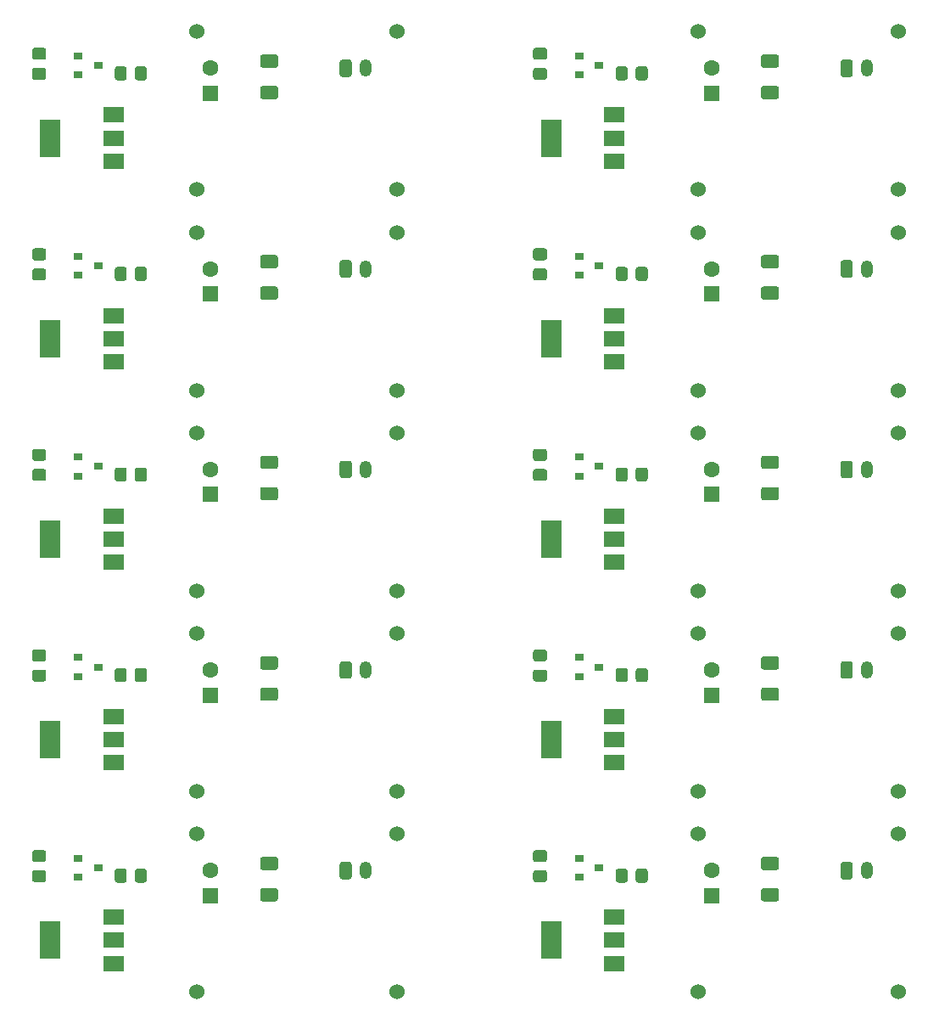
<source format=gbr>
%TF.GenerationSoftware,KiCad,Pcbnew,(5.1.9)-1*%
%TF.CreationDate,2021-04-18T22:39:31+02:00*%
%TF.ProjectId,DOORSENSOR_Simple_9V,444f4f52-5345-44e5-934f-525f53696d70,rev?*%
%TF.SameCoordinates,Original*%
%TF.FileFunction,Soldermask,Bot*%
%TF.FilePolarity,Negative*%
%FSLAX46Y46*%
G04 Gerber Fmt 4.6, Leading zero omitted, Abs format (unit mm)*
G04 Created by KiCad (PCBNEW (5.1.9)-1) date 2021-04-18 22:39:31*
%MOMM*%
%LPD*%
G01*
G04 APERTURE LIST*
%ADD10O,1.200000X1.750000*%
%ADD11R,0.900000X0.800000*%
%ADD12C,1.600000*%
%ADD13R,1.600000X1.600000*%
%ADD14C,1.524000*%
%ADD15R,2.000000X1.500000*%
%ADD16R,2.000000X3.800000*%
G04 APERTURE END LIST*
%TO.C,C2*%
G36*
G01*
X62000001Y-125075000D02*
X60699999Y-125075000D01*
G75*
G02*
X60450000Y-124825001I0J249999D01*
G01*
X60450000Y-123999999D01*
G75*
G02*
X60699999Y-123750000I249999J0D01*
G01*
X62000001Y-123750000D01*
G75*
G02*
X62250000Y-123999999I0J-249999D01*
G01*
X62250000Y-124825001D01*
G75*
G02*
X62000001Y-125075000I-249999J0D01*
G01*
G37*
G36*
G01*
X62000001Y-121950000D02*
X60699999Y-121950000D01*
G75*
G02*
X60450000Y-121700001I0J249999D01*
G01*
X60450000Y-120874999D01*
G75*
G02*
X60699999Y-120625000I249999J0D01*
G01*
X62000001Y-120625000D01*
G75*
G02*
X62250000Y-120874999I0J-249999D01*
G01*
X62250000Y-121700001D01*
G75*
G02*
X62000001Y-121950000I-249999J0D01*
G01*
G37*
%TD*%
D10*
%TO.C,J1*%
X121000000Y-122000000D03*
G36*
G01*
X118400000Y-122625001D02*
X118400000Y-121374999D01*
G75*
G02*
X118649999Y-121125000I249999J0D01*
G01*
X119350001Y-121125000D01*
G75*
G02*
X119600000Y-121374999I0J-249999D01*
G01*
X119600000Y-122625001D01*
G75*
G02*
X119350001Y-122875000I-249999J0D01*
G01*
X118649999Y-122875000D01*
G75*
G02*
X118400000Y-122625001I0J249999D01*
G01*
G37*
%TD*%
D11*
%TO.C,Q1*%
X42300000Y-122650000D03*
X42300000Y-120750000D03*
X44300000Y-121700000D03*
%TD*%
D12*
%TO.C,C1*%
X55500000Y-122000000D03*
D13*
X55500000Y-124500000D03*
%TD*%
D14*
%TO.C,SW2*%
X104150000Y-134100000D03*
X124150000Y-134100000D03*
%TD*%
%TO.C,R1*%
G36*
G01*
X88850001Y-121150000D02*
X87949999Y-121150000D01*
G75*
G02*
X87700000Y-120900001I0J249999D01*
G01*
X87700000Y-120199999D01*
G75*
G02*
X87949999Y-119950000I249999J0D01*
G01*
X88850001Y-119950000D01*
G75*
G02*
X89100000Y-120199999I0J-249999D01*
G01*
X89100000Y-120900001D01*
G75*
G02*
X88850001Y-121150000I-249999J0D01*
G01*
G37*
G36*
G01*
X88850001Y-123150000D02*
X87949999Y-123150000D01*
G75*
G02*
X87700000Y-122900001I0J249999D01*
G01*
X87700000Y-122199999D01*
G75*
G02*
X87949999Y-121950000I249999J0D01*
G01*
X88850001Y-121950000D01*
G75*
G02*
X89100000Y-122199999I0J-249999D01*
G01*
X89100000Y-122900001D01*
G75*
G02*
X88850001Y-123150000I-249999J0D01*
G01*
G37*
%TD*%
D11*
%TO.C,Q1*%
X94300000Y-121700000D03*
X92300000Y-120750000D03*
X92300000Y-122650000D03*
%TD*%
%TO.C,R2*%
G36*
G01*
X95950000Y-122950001D02*
X95950000Y-122049999D01*
G75*
G02*
X96199999Y-121800000I249999J0D01*
G01*
X96900001Y-121800000D01*
G75*
G02*
X97150000Y-122049999I0J-249999D01*
G01*
X97150000Y-122950001D01*
G75*
G02*
X96900001Y-123200000I-249999J0D01*
G01*
X96199999Y-123200000D01*
G75*
G02*
X95950000Y-122950001I0J249999D01*
G01*
G37*
G36*
G01*
X97950000Y-122950001D02*
X97950000Y-122049999D01*
G75*
G02*
X98199999Y-121800000I249999J0D01*
G01*
X98900001Y-121800000D01*
G75*
G02*
X99150000Y-122049999I0J-249999D01*
G01*
X99150000Y-122950001D01*
G75*
G02*
X98900001Y-123200000I-249999J0D01*
G01*
X98199999Y-123200000D01*
G75*
G02*
X97950000Y-122950001I0J249999D01*
G01*
G37*
%TD*%
%TO.C,J1*%
G36*
G01*
X68400000Y-122625001D02*
X68400000Y-121374999D01*
G75*
G02*
X68649999Y-121125000I249999J0D01*
G01*
X69350001Y-121125000D01*
G75*
G02*
X69600000Y-121374999I0J-249999D01*
G01*
X69600000Y-122625001D01*
G75*
G02*
X69350001Y-122875000I-249999J0D01*
G01*
X68649999Y-122875000D01*
G75*
G02*
X68400000Y-122625001I0J249999D01*
G01*
G37*
D10*
X71000000Y-122000000D03*
%TD*%
D15*
%TO.C,U1*%
X95800000Y-126650000D03*
X95800000Y-131250000D03*
X95800000Y-128950000D03*
D16*
X89500000Y-128950000D03*
%TD*%
%TO.C,R1*%
G36*
G01*
X38850001Y-123150000D02*
X37949999Y-123150000D01*
G75*
G02*
X37700000Y-122900001I0J249999D01*
G01*
X37700000Y-122199999D01*
G75*
G02*
X37949999Y-121950000I249999J0D01*
G01*
X38850001Y-121950000D01*
G75*
G02*
X39100000Y-122199999I0J-249999D01*
G01*
X39100000Y-122900001D01*
G75*
G02*
X38850001Y-123150000I-249999J0D01*
G01*
G37*
G36*
G01*
X38850001Y-121150000D02*
X37949999Y-121150000D01*
G75*
G02*
X37700000Y-120900001I0J249999D01*
G01*
X37700000Y-120199999D01*
G75*
G02*
X37949999Y-119950000I249999J0D01*
G01*
X38850001Y-119950000D01*
G75*
G02*
X39100000Y-120199999I0J-249999D01*
G01*
X39100000Y-120900001D01*
G75*
G02*
X38850001Y-121150000I-249999J0D01*
G01*
G37*
%TD*%
%TO.C,U1*%
X39500000Y-128950000D03*
D15*
X45800000Y-128950000D03*
X45800000Y-131250000D03*
X45800000Y-126650000D03*
%TD*%
D13*
%TO.C,C1*%
X105500000Y-124500000D03*
D12*
X105500000Y-122000000D03*
%TD*%
D14*
%TO.C,SW2*%
X74150000Y-134100000D03*
X54150000Y-134100000D03*
%TD*%
%TO.C,SW1*%
X104150000Y-118350000D03*
X124150000Y-118350000D03*
%TD*%
%TO.C,C2*%
G36*
G01*
X112000001Y-121950000D02*
X110699999Y-121950000D01*
G75*
G02*
X110450000Y-121700001I0J249999D01*
G01*
X110450000Y-120874999D01*
G75*
G02*
X110699999Y-120625000I249999J0D01*
G01*
X112000001Y-120625000D01*
G75*
G02*
X112250000Y-120874999I0J-249999D01*
G01*
X112250000Y-121700001D01*
G75*
G02*
X112000001Y-121950000I-249999J0D01*
G01*
G37*
G36*
G01*
X112000001Y-125075000D02*
X110699999Y-125075000D01*
G75*
G02*
X110450000Y-124825001I0J249999D01*
G01*
X110450000Y-123999999D01*
G75*
G02*
X110699999Y-123750000I249999J0D01*
G01*
X112000001Y-123750000D01*
G75*
G02*
X112250000Y-123999999I0J-249999D01*
G01*
X112250000Y-124825001D01*
G75*
G02*
X112000001Y-125075000I-249999J0D01*
G01*
G37*
%TD*%
%TO.C,SW1*%
X74150000Y-118350000D03*
X54150000Y-118350000D03*
%TD*%
%TO.C,R2*%
G36*
G01*
X47950000Y-122950001D02*
X47950000Y-122049999D01*
G75*
G02*
X48199999Y-121800000I249999J0D01*
G01*
X48900001Y-121800000D01*
G75*
G02*
X49150000Y-122049999I0J-249999D01*
G01*
X49150000Y-122950001D01*
G75*
G02*
X48900001Y-123200000I-249999J0D01*
G01*
X48199999Y-123200000D01*
G75*
G02*
X47950000Y-122950001I0J249999D01*
G01*
G37*
G36*
G01*
X45950000Y-122950001D02*
X45950000Y-122049999D01*
G75*
G02*
X46199999Y-121800000I249999J0D01*
G01*
X46900001Y-121800000D01*
G75*
G02*
X47150000Y-122049999I0J-249999D01*
G01*
X47150000Y-122950001D01*
G75*
G02*
X46900001Y-123200000I-249999J0D01*
G01*
X46199999Y-123200000D01*
G75*
G02*
X45950000Y-122950001I0J249999D01*
G01*
G37*
%TD*%
%TO.C,R1*%
G36*
G01*
X88850001Y-103150000D02*
X87949999Y-103150000D01*
G75*
G02*
X87700000Y-102900001I0J249999D01*
G01*
X87700000Y-102199999D01*
G75*
G02*
X87949999Y-101950000I249999J0D01*
G01*
X88850001Y-101950000D01*
G75*
G02*
X89100000Y-102199999I0J-249999D01*
G01*
X89100000Y-102900001D01*
G75*
G02*
X88850001Y-103150000I-249999J0D01*
G01*
G37*
G36*
G01*
X88850001Y-101150000D02*
X87949999Y-101150000D01*
G75*
G02*
X87700000Y-100900001I0J249999D01*
G01*
X87700000Y-100199999D01*
G75*
G02*
X87949999Y-99950000I249999J0D01*
G01*
X88850001Y-99950000D01*
G75*
G02*
X89100000Y-100199999I0J-249999D01*
G01*
X89100000Y-100900001D01*
G75*
G02*
X88850001Y-101150000I-249999J0D01*
G01*
G37*
%TD*%
D11*
%TO.C,Q1*%
X44300000Y-101700000D03*
X42300000Y-100750000D03*
X42300000Y-102650000D03*
%TD*%
D10*
%TO.C,J1*%
X71000000Y-102000000D03*
G36*
G01*
X68400000Y-102625001D02*
X68400000Y-101374999D01*
G75*
G02*
X68649999Y-101125000I249999J0D01*
G01*
X69350001Y-101125000D01*
G75*
G02*
X69600000Y-101374999I0J-249999D01*
G01*
X69600000Y-102625001D01*
G75*
G02*
X69350001Y-102875000I-249999J0D01*
G01*
X68649999Y-102875000D01*
G75*
G02*
X68400000Y-102625001I0J249999D01*
G01*
G37*
%TD*%
D13*
%TO.C,C1*%
X55500000Y-104500000D03*
D12*
X55500000Y-102000000D03*
%TD*%
D11*
%TO.C,Q1*%
X92300000Y-102650000D03*
X92300000Y-100750000D03*
X94300000Y-101700000D03*
%TD*%
D14*
%TO.C,SW2*%
X124150000Y-114100000D03*
X104150000Y-114100000D03*
%TD*%
%TO.C,R2*%
G36*
G01*
X97950000Y-102950001D02*
X97950000Y-102049999D01*
G75*
G02*
X98199999Y-101800000I249999J0D01*
G01*
X98900001Y-101800000D01*
G75*
G02*
X99150000Y-102049999I0J-249999D01*
G01*
X99150000Y-102950001D01*
G75*
G02*
X98900001Y-103200000I-249999J0D01*
G01*
X98199999Y-103200000D01*
G75*
G02*
X97950000Y-102950001I0J249999D01*
G01*
G37*
G36*
G01*
X95950000Y-102950001D02*
X95950000Y-102049999D01*
G75*
G02*
X96199999Y-101800000I249999J0D01*
G01*
X96900001Y-101800000D01*
G75*
G02*
X97150000Y-102049999I0J-249999D01*
G01*
X97150000Y-102950001D01*
G75*
G02*
X96900001Y-103200000I-249999J0D01*
G01*
X96199999Y-103200000D01*
G75*
G02*
X95950000Y-102950001I0J249999D01*
G01*
G37*
%TD*%
D16*
%TO.C,U1*%
X89500000Y-108950000D03*
D15*
X95800000Y-108950000D03*
X95800000Y-111250000D03*
X95800000Y-106650000D03*
%TD*%
%TO.C,R1*%
G36*
G01*
X38850001Y-101150000D02*
X37949999Y-101150000D01*
G75*
G02*
X37700000Y-100900001I0J249999D01*
G01*
X37700000Y-100199999D01*
G75*
G02*
X37949999Y-99950000I249999J0D01*
G01*
X38850001Y-99950000D01*
G75*
G02*
X39100000Y-100199999I0J-249999D01*
G01*
X39100000Y-100900001D01*
G75*
G02*
X38850001Y-101150000I-249999J0D01*
G01*
G37*
G36*
G01*
X38850001Y-103150000D02*
X37949999Y-103150000D01*
G75*
G02*
X37700000Y-102900001I0J249999D01*
G01*
X37700000Y-102199999D01*
G75*
G02*
X37949999Y-101950000I249999J0D01*
G01*
X38850001Y-101950000D01*
G75*
G02*
X39100000Y-102199999I0J-249999D01*
G01*
X39100000Y-102900001D01*
G75*
G02*
X38850001Y-103150000I-249999J0D01*
G01*
G37*
%TD*%
%TO.C,U1*%
X45800000Y-106650000D03*
X45800000Y-111250000D03*
X45800000Y-108950000D03*
D16*
X39500000Y-108950000D03*
%TD*%
%TO.C,C2*%
G36*
G01*
X62000001Y-101950000D02*
X60699999Y-101950000D01*
G75*
G02*
X60450000Y-101700001I0J249999D01*
G01*
X60450000Y-100874999D01*
G75*
G02*
X60699999Y-100625000I249999J0D01*
G01*
X62000001Y-100625000D01*
G75*
G02*
X62250000Y-100874999I0J-249999D01*
G01*
X62250000Y-101700001D01*
G75*
G02*
X62000001Y-101950000I-249999J0D01*
G01*
G37*
G36*
G01*
X62000001Y-105075000D02*
X60699999Y-105075000D01*
G75*
G02*
X60450000Y-104825001I0J249999D01*
G01*
X60450000Y-103999999D01*
G75*
G02*
X60699999Y-103750000I249999J0D01*
G01*
X62000001Y-103750000D01*
G75*
G02*
X62250000Y-103999999I0J-249999D01*
G01*
X62250000Y-104825001D01*
G75*
G02*
X62000001Y-105075000I-249999J0D01*
G01*
G37*
%TD*%
%TO.C,J1*%
G36*
G01*
X118400000Y-102625001D02*
X118400000Y-101374999D01*
G75*
G02*
X118649999Y-101125000I249999J0D01*
G01*
X119350001Y-101125000D01*
G75*
G02*
X119600000Y-101374999I0J-249999D01*
G01*
X119600000Y-102625001D01*
G75*
G02*
X119350001Y-102875000I-249999J0D01*
G01*
X118649999Y-102875000D01*
G75*
G02*
X118400000Y-102625001I0J249999D01*
G01*
G37*
D10*
X121000000Y-102000000D03*
%TD*%
D12*
%TO.C,C1*%
X105500000Y-102000000D03*
D13*
X105500000Y-104500000D03*
%TD*%
D14*
%TO.C,SW2*%
X54150000Y-114100000D03*
X74150000Y-114100000D03*
%TD*%
%TO.C,SW1*%
X54150000Y-98350000D03*
X74150000Y-98350000D03*
%TD*%
%TO.C,R2*%
G36*
G01*
X45950000Y-102950001D02*
X45950000Y-102049999D01*
G75*
G02*
X46199999Y-101800000I249999J0D01*
G01*
X46900001Y-101800000D01*
G75*
G02*
X47150000Y-102049999I0J-249999D01*
G01*
X47150000Y-102950001D01*
G75*
G02*
X46900001Y-103200000I-249999J0D01*
G01*
X46199999Y-103200000D01*
G75*
G02*
X45950000Y-102950001I0J249999D01*
G01*
G37*
G36*
G01*
X47950000Y-102950001D02*
X47950000Y-102049999D01*
G75*
G02*
X48199999Y-101800000I249999J0D01*
G01*
X48900001Y-101800000D01*
G75*
G02*
X49150000Y-102049999I0J-249999D01*
G01*
X49150000Y-102950001D01*
G75*
G02*
X48900001Y-103200000I-249999J0D01*
G01*
X48199999Y-103200000D01*
G75*
G02*
X47950000Y-102950001I0J249999D01*
G01*
G37*
%TD*%
%TO.C,SW1*%
X124150000Y-98350000D03*
X104150000Y-98350000D03*
%TD*%
%TO.C,C2*%
G36*
G01*
X112000001Y-105075000D02*
X110699999Y-105075000D01*
G75*
G02*
X110450000Y-104825001I0J249999D01*
G01*
X110450000Y-103999999D01*
G75*
G02*
X110699999Y-103750000I249999J0D01*
G01*
X112000001Y-103750000D01*
G75*
G02*
X112250000Y-103999999I0J-249999D01*
G01*
X112250000Y-104825001D01*
G75*
G02*
X112000001Y-105075000I-249999J0D01*
G01*
G37*
G36*
G01*
X112000001Y-101950000D02*
X110699999Y-101950000D01*
G75*
G02*
X110450000Y-101700001I0J249999D01*
G01*
X110450000Y-100874999D01*
G75*
G02*
X110699999Y-100625000I249999J0D01*
G01*
X112000001Y-100625000D01*
G75*
G02*
X112250000Y-100874999I0J-249999D01*
G01*
X112250000Y-101700001D01*
G75*
G02*
X112000001Y-101950000I-249999J0D01*
G01*
G37*
%TD*%
D11*
%TO.C,Q1*%
X94300000Y-81700000D03*
X92300000Y-80750000D03*
X92300000Y-82650000D03*
%TD*%
%TO.C,C2*%
G36*
G01*
X112000001Y-81950000D02*
X110699999Y-81950000D01*
G75*
G02*
X110450000Y-81700001I0J249999D01*
G01*
X110450000Y-80874999D01*
G75*
G02*
X110699999Y-80625000I249999J0D01*
G01*
X112000001Y-80625000D01*
G75*
G02*
X112250000Y-80874999I0J-249999D01*
G01*
X112250000Y-81700001D01*
G75*
G02*
X112000001Y-81950000I-249999J0D01*
G01*
G37*
G36*
G01*
X112000001Y-85075000D02*
X110699999Y-85075000D01*
G75*
G02*
X110450000Y-84825001I0J249999D01*
G01*
X110450000Y-83999999D01*
G75*
G02*
X110699999Y-83750000I249999J0D01*
G01*
X112000001Y-83750000D01*
G75*
G02*
X112250000Y-83999999I0J-249999D01*
G01*
X112250000Y-84825001D01*
G75*
G02*
X112000001Y-85075000I-249999J0D01*
G01*
G37*
%TD*%
D14*
%TO.C,SW2*%
X104150000Y-94100000D03*
X124150000Y-94100000D03*
%TD*%
D16*
%TO.C,U1*%
X39500000Y-88950000D03*
D15*
X45800000Y-88950000D03*
X45800000Y-91250000D03*
X45800000Y-86650000D03*
%TD*%
%TO.C,C2*%
G36*
G01*
X62000001Y-85075000D02*
X60699999Y-85075000D01*
G75*
G02*
X60450000Y-84825001I0J249999D01*
G01*
X60450000Y-83999999D01*
G75*
G02*
X60699999Y-83750000I249999J0D01*
G01*
X62000001Y-83750000D01*
G75*
G02*
X62250000Y-83999999I0J-249999D01*
G01*
X62250000Y-84825001D01*
G75*
G02*
X62000001Y-85075000I-249999J0D01*
G01*
G37*
G36*
G01*
X62000001Y-81950000D02*
X60699999Y-81950000D01*
G75*
G02*
X60450000Y-81700001I0J249999D01*
G01*
X60450000Y-80874999D01*
G75*
G02*
X60699999Y-80625000I249999J0D01*
G01*
X62000001Y-80625000D01*
G75*
G02*
X62250000Y-80874999I0J-249999D01*
G01*
X62250000Y-81700001D01*
G75*
G02*
X62000001Y-81950000I-249999J0D01*
G01*
G37*
%TD*%
D10*
%TO.C,J1*%
X121000000Y-82000000D03*
G36*
G01*
X118400000Y-82625001D02*
X118400000Y-81374999D01*
G75*
G02*
X118649999Y-81125000I249999J0D01*
G01*
X119350001Y-81125000D01*
G75*
G02*
X119600000Y-81374999I0J-249999D01*
G01*
X119600000Y-82625001D01*
G75*
G02*
X119350001Y-82875000I-249999J0D01*
G01*
X118649999Y-82875000D01*
G75*
G02*
X118400000Y-82625001I0J249999D01*
G01*
G37*
%TD*%
D15*
%TO.C,U1*%
X95800000Y-86650000D03*
X95800000Y-91250000D03*
X95800000Y-88950000D03*
D16*
X89500000Y-88950000D03*
%TD*%
D14*
%TO.C,SW1*%
X104150000Y-78350000D03*
X124150000Y-78350000D03*
%TD*%
%TO.C,R2*%
G36*
G01*
X47950000Y-82950001D02*
X47950000Y-82049999D01*
G75*
G02*
X48199999Y-81800000I249999J0D01*
G01*
X48900001Y-81800000D01*
G75*
G02*
X49150000Y-82049999I0J-249999D01*
G01*
X49150000Y-82950001D01*
G75*
G02*
X48900001Y-83200000I-249999J0D01*
G01*
X48199999Y-83200000D01*
G75*
G02*
X47950000Y-82950001I0J249999D01*
G01*
G37*
G36*
G01*
X45950000Y-82950001D02*
X45950000Y-82049999D01*
G75*
G02*
X46199999Y-81800000I249999J0D01*
G01*
X46900001Y-81800000D01*
G75*
G02*
X47150000Y-82049999I0J-249999D01*
G01*
X47150000Y-82950001D01*
G75*
G02*
X46900001Y-83200000I-249999J0D01*
G01*
X46199999Y-83200000D01*
G75*
G02*
X45950000Y-82950001I0J249999D01*
G01*
G37*
%TD*%
D13*
%TO.C,C1*%
X105500000Y-84500000D03*
D12*
X105500000Y-82000000D03*
%TD*%
D14*
%TO.C,SW1*%
X74150000Y-78350000D03*
X54150000Y-78350000D03*
%TD*%
%TO.C,R1*%
G36*
G01*
X38850001Y-83150000D02*
X37949999Y-83150000D01*
G75*
G02*
X37700000Y-82900001I0J249999D01*
G01*
X37700000Y-82199999D01*
G75*
G02*
X37949999Y-81950000I249999J0D01*
G01*
X38850001Y-81950000D01*
G75*
G02*
X39100000Y-82199999I0J-249999D01*
G01*
X39100000Y-82900001D01*
G75*
G02*
X38850001Y-83150000I-249999J0D01*
G01*
G37*
G36*
G01*
X38850001Y-81150000D02*
X37949999Y-81150000D01*
G75*
G02*
X37700000Y-80900001I0J249999D01*
G01*
X37700000Y-80199999D01*
G75*
G02*
X37949999Y-79950000I249999J0D01*
G01*
X38850001Y-79950000D01*
G75*
G02*
X39100000Y-80199999I0J-249999D01*
G01*
X39100000Y-80900001D01*
G75*
G02*
X38850001Y-81150000I-249999J0D01*
G01*
G37*
%TD*%
%TO.C,SW2*%
X74150000Y-94100000D03*
X54150000Y-94100000D03*
%TD*%
%TO.C,R2*%
G36*
G01*
X95950000Y-82950001D02*
X95950000Y-82049999D01*
G75*
G02*
X96199999Y-81800000I249999J0D01*
G01*
X96900001Y-81800000D01*
G75*
G02*
X97150000Y-82049999I0J-249999D01*
G01*
X97150000Y-82950001D01*
G75*
G02*
X96900001Y-83200000I-249999J0D01*
G01*
X96199999Y-83200000D01*
G75*
G02*
X95950000Y-82950001I0J249999D01*
G01*
G37*
G36*
G01*
X97950000Y-82950001D02*
X97950000Y-82049999D01*
G75*
G02*
X98199999Y-81800000I249999J0D01*
G01*
X98900001Y-81800000D01*
G75*
G02*
X99150000Y-82049999I0J-249999D01*
G01*
X99150000Y-82950001D01*
G75*
G02*
X98900001Y-83200000I-249999J0D01*
G01*
X98199999Y-83200000D01*
G75*
G02*
X97950000Y-82950001I0J249999D01*
G01*
G37*
%TD*%
%TO.C,R1*%
G36*
G01*
X88850001Y-81150000D02*
X87949999Y-81150000D01*
G75*
G02*
X87700000Y-80900001I0J249999D01*
G01*
X87700000Y-80199999D01*
G75*
G02*
X87949999Y-79950000I249999J0D01*
G01*
X88850001Y-79950000D01*
G75*
G02*
X89100000Y-80199999I0J-249999D01*
G01*
X89100000Y-80900001D01*
G75*
G02*
X88850001Y-81150000I-249999J0D01*
G01*
G37*
G36*
G01*
X88850001Y-83150000D02*
X87949999Y-83150000D01*
G75*
G02*
X87700000Y-82900001I0J249999D01*
G01*
X87700000Y-82199999D01*
G75*
G02*
X87949999Y-81950000I249999J0D01*
G01*
X88850001Y-81950000D01*
G75*
G02*
X89100000Y-82199999I0J-249999D01*
G01*
X89100000Y-82900001D01*
G75*
G02*
X88850001Y-83150000I-249999J0D01*
G01*
G37*
%TD*%
D11*
%TO.C,Q1*%
X42300000Y-82650000D03*
X42300000Y-80750000D03*
X44300000Y-81700000D03*
%TD*%
D12*
%TO.C,C1*%
X55500000Y-82000000D03*
D13*
X55500000Y-84500000D03*
%TD*%
%TO.C,J1*%
G36*
G01*
X68400000Y-82625001D02*
X68400000Y-81374999D01*
G75*
G02*
X68649999Y-81125000I249999J0D01*
G01*
X69350001Y-81125000D01*
G75*
G02*
X69600000Y-81374999I0J-249999D01*
G01*
X69600000Y-82625001D01*
G75*
G02*
X69350001Y-82875000I-249999J0D01*
G01*
X68649999Y-82875000D01*
G75*
G02*
X68400000Y-82625001I0J249999D01*
G01*
G37*
D10*
X71000000Y-82000000D03*
%TD*%
D11*
%TO.C,Q1*%
X92300000Y-62650000D03*
X92300000Y-60750000D03*
X94300000Y-61700000D03*
%TD*%
%TO.C,C2*%
G36*
G01*
X112000001Y-65075000D02*
X110699999Y-65075000D01*
G75*
G02*
X110450000Y-64825001I0J249999D01*
G01*
X110450000Y-63999999D01*
G75*
G02*
X110699999Y-63750000I249999J0D01*
G01*
X112000001Y-63750000D01*
G75*
G02*
X112250000Y-63999999I0J-249999D01*
G01*
X112250000Y-64825001D01*
G75*
G02*
X112000001Y-65075000I-249999J0D01*
G01*
G37*
G36*
G01*
X112000001Y-61950000D02*
X110699999Y-61950000D01*
G75*
G02*
X110450000Y-61700001I0J249999D01*
G01*
X110450000Y-60874999D01*
G75*
G02*
X110699999Y-60625000I249999J0D01*
G01*
X112000001Y-60625000D01*
G75*
G02*
X112250000Y-60874999I0J-249999D01*
G01*
X112250000Y-61700001D01*
G75*
G02*
X112000001Y-61950000I-249999J0D01*
G01*
G37*
%TD*%
%TO.C,R2*%
G36*
G01*
X97950000Y-62950001D02*
X97950000Y-62049999D01*
G75*
G02*
X98199999Y-61800000I249999J0D01*
G01*
X98900001Y-61800000D01*
G75*
G02*
X99150000Y-62049999I0J-249999D01*
G01*
X99150000Y-62950001D01*
G75*
G02*
X98900001Y-63200000I-249999J0D01*
G01*
X98199999Y-63200000D01*
G75*
G02*
X97950000Y-62950001I0J249999D01*
G01*
G37*
G36*
G01*
X95950000Y-62950001D02*
X95950000Y-62049999D01*
G75*
G02*
X96199999Y-61800000I249999J0D01*
G01*
X96900001Y-61800000D01*
G75*
G02*
X97150000Y-62049999I0J-249999D01*
G01*
X97150000Y-62950001D01*
G75*
G02*
X96900001Y-63200000I-249999J0D01*
G01*
X96199999Y-63200000D01*
G75*
G02*
X95950000Y-62950001I0J249999D01*
G01*
G37*
%TD*%
%TO.C,R1*%
G36*
G01*
X88850001Y-63150000D02*
X87949999Y-63150000D01*
G75*
G02*
X87700000Y-62900001I0J249999D01*
G01*
X87700000Y-62199999D01*
G75*
G02*
X87949999Y-61950000I249999J0D01*
G01*
X88850001Y-61950000D01*
G75*
G02*
X89100000Y-62199999I0J-249999D01*
G01*
X89100000Y-62900001D01*
G75*
G02*
X88850001Y-63150000I-249999J0D01*
G01*
G37*
G36*
G01*
X88850001Y-61150000D02*
X87949999Y-61150000D01*
G75*
G02*
X87700000Y-60900001I0J249999D01*
G01*
X87700000Y-60199999D01*
G75*
G02*
X87949999Y-59950000I249999J0D01*
G01*
X88850001Y-59950000D01*
G75*
G02*
X89100000Y-60199999I0J-249999D01*
G01*
X89100000Y-60900001D01*
G75*
G02*
X88850001Y-61150000I-249999J0D01*
G01*
G37*
%TD*%
D12*
%TO.C,C1*%
X105500000Y-62000000D03*
D13*
X105500000Y-64500000D03*
%TD*%
D15*
%TO.C,U1*%
X45800000Y-66650000D03*
X45800000Y-71250000D03*
X45800000Y-68950000D03*
D16*
X39500000Y-68950000D03*
%TD*%
%TO.C,J1*%
G36*
G01*
X118400000Y-62625001D02*
X118400000Y-61374999D01*
G75*
G02*
X118649999Y-61125000I249999J0D01*
G01*
X119350001Y-61125000D01*
G75*
G02*
X119600000Y-61374999I0J-249999D01*
G01*
X119600000Y-62625001D01*
G75*
G02*
X119350001Y-62875000I-249999J0D01*
G01*
X118649999Y-62875000D01*
G75*
G02*
X118400000Y-62625001I0J249999D01*
G01*
G37*
D10*
X121000000Y-62000000D03*
%TD*%
D16*
%TO.C,U1*%
X89500000Y-68950000D03*
D15*
X95800000Y-68950000D03*
X95800000Y-71250000D03*
X95800000Y-66650000D03*
%TD*%
D14*
%TO.C,SW2*%
X54150000Y-74100000D03*
X74150000Y-74100000D03*
%TD*%
%TO.C,SW2*%
X124150000Y-74100000D03*
X104150000Y-74100000D03*
%TD*%
%TO.C,SW1*%
X124150000Y-58350000D03*
X104150000Y-58350000D03*
%TD*%
%TO.C,SW1*%
X54150000Y-58350000D03*
X74150000Y-58350000D03*
%TD*%
%TO.C,R2*%
G36*
G01*
X45950000Y-62950001D02*
X45950000Y-62049999D01*
G75*
G02*
X46199999Y-61800000I249999J0D01*
G01*
X46900001Y-61800000D01*
G75*
G02*
X47150000Y-62049999I0J-249999D01*
G01*
X47150000Y-62950001D01*
G75*
G02*
X46900001Y-63200000I-249999J0D01*
G01*
X46199999Y-63200000D01*
G75*
G02*
X45950000Y-62950001I0J249999D01*
G01*
G37*
G36*
G01*
X47950000Y-62950001D02*
X47950000Y-62049999D01*
G75*
G02*
X48199999Y-61800000I249999J0D01*
G01*
X48900001Y-61800000D01*
G75*
G02*
X49150000Y-62049999I0J-249999D01*
G01*
X49150000Y-62950001D01*
G75*
G02*
X48900001Y-63200000I-249999J0D01*
G01*
X48199999Y-63200000D01*
G75*
G02*
X47950000Y-62950001I0J249999D01*
G01*
G37*
%TD*%
%TO.C,R1*%
G36*
G01*
X38850001Y-61150000D02*
X37949999Y-61150000D01*
G75*
G02*
X37700000Y-60900001I0J249999D01*
G01*
X37700000Y-60199999D01*
G75*
G02*
X37949999Y-59950000I249999J0D01*
G01*
X38850001Y-59950000D01*
G75*
G02*
X39100000Y-60199999I0J-249999D01*
G01*
X39100000Y-60900001D01*
G75*
G02*
X38850001Y-61150000I-249999J0D01*
G01*
G37*
G36*
G01*
X38850001Y-63150000D02*
X37949999Y-63150000D01*
G75*
G02*
X37700000Y-62900001I0J249999D01*
G01*
X37700000Y-62199999D01*
G75*
G02*
X37949999Y-61950000I249999J0D01*
G01*
X38850001Y-61950000D01*
G75*
G02*
X39100000Y-62199999I0J-249999D01*
G01*
X39100000Y-62900001D01*
G75*
G02*
X38850001Y-63150000I-249999J0D01*
G01*
G37*
%TD*%
%TO.C,C2*%
G36*
G01*
X62000001Y-61950000D02*
X60699999Y-61950000D01*
G75*
G02*
X60450000Y-61700001I0J249999D01*
G01*
X60450000Y-60874999D01*
G75*
G02*
X60699999Y-60625000I249999J0D01*
G01*
X62000001Y-60625000D01*
G75*
G02*
X62250000Y-60874999I0J-249999D01*
G01*
X62250000Y-61700001D01*
G75*
G02*
X62000001Y-61950000I-249999J0D01*
G01*
G37*
G36*
G01*
X62000001Y-65075000D02*
X60699999Y-65075000D01*
G75*
G02*
X60450000Y-64825001I0J249999D01*
G01*
X60450000Y-63999999D01*
G75*
G02*
X60699999Y-63750000I249999J0D01*
G01*
X62000001Y-63750000D01*
G75*
G02*
X62250000Y-63999999I0J-249999D01*
G01*
X62250000Y-64825001D01*
G75*
G02*
X62000001Y-65075000I-249999J0D01*
G01*
G37*
%TD*%
D11*
%TO.C,Q1*%
X44300000Y-61700000D03*
X42300000Y-60750000D03*
X42300000Y-62650000D03*
%TD*%
D10*
%TO.C,J1*%
X71000000Y-62000000D03*
G36*
G01*
X68400000Y-62625001D02*
X68400000Y-61374999D01*
G75*
G02*
X68649999Y-61125000I249999J0D01*
G01*
X69350001Y-61125000D01*
G75*
G02*
X69600000Y-61374999I0J-249999D01*
G01*
X69600000Y-62625001D01*
G75*
G02*
X69350001Y-62875000I-249999J0D01*
G01*
X68649999Y-62875000D01*
G75*
G02*
X68400000Y-62625001I0J249999D01*
G01*
G37*
%TD*%
D13*
%TO.C,C1*%
X55500000Y-64500000D03*
D12*
X55500000Y-62000000D03*
%TD*%
D15*
%TO.C,U1*%
X95800000Y-46650000D03*
X95800000Y-51250000D03*
X95800000Y-48950000D03*
D16*
X89500000Y-48950000D03*
%TD*%
D14*
%TO.C,SW2*%
X104150000Y-54100000D03*
X124150000Y-54100000D03*
%TD*%
%TO.C,SW1*%
X104150000Y-38350000D03*
X124150000Y-38350000D03*
%TD*%
%TO.C,R2*%
G36*
G01*
X95950000Y-42950001D02*
X95950000Y-42049999D01*
G75*
G02*
X96199999Y-41800000I249999J0D01*
G01*
X96900001Y-41800000D01*
G75*
G02*
X97150000Y-42049999I0J-249999D01*
G01*
X97150000Y-42950001D01*
G75*
G02*
X96900001Y-43200000I-249999J0D01*
G01*
X96199999Y-43200000D01*
G75*
G02*
X95950000Y-42950001I0J249999D01*
G01*
G37*
G36*
G01*
X97950000Y-42950001D02*
X97950000Y-42049999D01*
G75*
G02*
X98199999Y-41800000I249999J0D01*
G01*
X98900001Y-41800000D01*
G75*
G02*
X99150000Y-42049999I0J-249999D01*
G01*
X99150000Y-42950001D01*
G75*
G02*
X98900001Y-43200000I-249999J0D01*
G01*
X98199999Y-43200000D01*
G75*
G02*
X97950000Y-42950001I0J249999D01*
G01*
G37*
%TD*%
%TO.C,R1*%
G36*
G01*
X88850001Y-41150000D02*
X87949999Y-41150000D01*
G75*
G02*
X87700000Y-40900001I0J249999D01*
G01*
X87700000Y-40199999D01*
G75*
G02*
X87949999Y-39950000I249999J0D01*
G01*
X88850001Y-39950000D01*
G75*
G02*
X89100000Y-40199999I0J-249999D01*
G01*
X89100000Y-40900001D01*
G75*
G02*
X88850001Y-41150000I-249999J0D01*
G01*
G37*
G36*
G01*
X88850001Y-43150000D02*
X87949999Y-43150000D01*
G75*
G02*
X87700000Y-42900001I0J249999D01*
G01*
X87700000Y-42199999D01*
G75*
G02*
X87949999Y-41950000I249999J0D01*
G01*
X88850001Y-41950000D01*
G75*
G02*
X89100000Y-42199999I0J-249999D01*
G01*
X89100000Y-42900001D01*
G75*
G02*
X88850001Y-43150000I-249999J0D01*
G01*
G37*
%TD*%
%TO.C,C2*%
G36*
G01*
X112000001Y-41950000D02*
X110699999Y-41950000D01*
G75*
G02*
X110450000Y-41700001I0J249999D01*
G01*
X110450000Y-40874999D01*
G75*
G02*
X110699999Y-40625000I249999J0D01*
G01*
X112000001Y-40625000D01*
G75*
G02*
X112250000Y-40874999I0J-249999D01*
G01*
X112250000Y-41700001D01*
G75*
G02*
X112000001Y-41950000I-249999J0D01*
G01*
G37*
G36*
G01*
X112000001Y-45075000D02*
X110699999Y-45075000D01*
G75*
G02*
X110450000Y-44825001I0J249999D01*
G01*
X110450000Y-43999999D01*
G75*
G02*
X110699999Y-43750000I249999J0D01*
G01*
X112000001Y-43750000D01*
G75*
G02*
X112250000Y-43999999I0J-249999D01*
G01*
X112250000Y-44825001D01*
G75*
G02*
X112000001Y-45075000I-249999J0D01*
G01*
G37*
%TD*%
D11*
%TO.C,Q1*%
X94300000Y-41700000D03*
X92300000Y-40750000D03*
X92300000Y-42650000D03*
%TD*%
D10*
%TO.C,J1*%
X121000000Y-42000000D03*
G36*
G01*
X118400000Y-42625001D02*
X118400000Y-41374999D01*
G75*
G02*
X118649999Y-41125000I249999J0D01*
G01*
X119350001Y-41125000D01*
G75*
G02*
X119600000Y-41374999I0J-249999D01*
G01*
X119600000Y-42625001D01*
G75*
G02*
X119350001Y-42875000I-249999J0D01*
G01*
X118649999Y-42875000D01*
G75*
G02*
X118400000Y-42625001I0J249999D01*
G01*
G37*
%TD*%
D13*
%TO.C,C1*%
X105500000Y-44500000D03*
D12*
X105500000Y-42000000D03*
%TD*%
%TO.C,C1*%
X55500000Y-42000000D03*
D13*
X55500000Y-44500000D03*
%TD*%
%TO.C,C2*%
G36*
G01*
X62000001Y-45075000D02*
X60699999Y-45075000D01*
G75*
G02*
X60450000Y-44825001I0J249999D01*
G01*
X60450000Y-43999999D01*
G75*
G02*
X60699999Y-43750000I249999J0D01*
G01*
X62000001Y-43750000D01*
G75*
G02*
X62250000Y-43999999I0J-249999D01*
G01*
X62250000Y-44825001D01*
G75*
G02*
X62000001Y-45075000I-249999J0D01*
G01*
G37*
G36*
G01*
X62000001Y-41950000D02*
X60699999Y-41950000D01*
G75*
G02*
X60450000Y-41700001I0J249999D01*
G01*
X60450000Y-40874999D01*
G75*
G02*
X60699999Y-40625000I249999J0D01*
G01*
X62000001Y-40625000D01*
G75*
G02*
X62250000Y-40874999I0J-249999D01*
G01*
X62250000Y-41700001D01*
G75*
G02*
X62000001Y-41950000I-249999J0D01*
G01*
G37*
%TD*%
%TO.C,J1*%
G36*
G01*
X68400000Y-42625001D02*
X68400000Y-41374999D01*
G75*
G02*
X68649999Y-41125000I249999J0D01*
G01*
X69350001Y-41125000D01*
G75*
G02*
X69600000Y-41374999I0J-249999D01*
G01*
X69600000Y-42625001D01*
G75*
G02*
X69350001Y-42875000I-249999J0D01*
G01*
X68649999Y-42875000D01*
G75*
G02*
X68400000Y-42625001I0J249999D01*
G01*
G37*
D10*
X71000000Y-42000000D03*
%TD*%
D11*
%TO.C,Q1*%
X42300000Y-42650000D03*
X42300000Y-40750000D03*
X44300000Y-41700000D03*
%TD*%
%TO.C,R1*%
G36*
G01*
X38850001Y-43150000D02*
X37949999Y-43150000D01*
G75*
G02*
X37700000Y-42900001I0J249999D01*
G01*
X37700000Y-42199999D01*
G75*
G02*
X37949999Y-41950000I249999J0D01*
G01*
X38850001Y-41950000D01*
G75*
G02*
X39100000Y-42199999I0J-249999D01*
G01*
X39100000Y-42900001D01*
G75*
G02*
X38850001Y-43150000I-249999J0D01*
G01*
G37*
G36*
G01*
X38850001Y-41150000D02*
X37949999Y-41150000D01*
G75*
G02*
X37700000Y-40900001I0J249999D01*
G01*
X37700000Y-40199999D01*
G75*
G02*
X37949999Y-39950000I249999J0D01*
G01*
X38850001Y-39950000D01*
G75*
G02*
X39100000Y-40199999I0J-249999D01*
G01*
X39100000Y-40900001D01*
G75*
G02*
X38850001Y-41150000I-249999J0D01*
G01*
G37*
%TD*%
%TO.C,R2*%
G36*
G01*
X47950000Y-42950001D02*
X47950000Y-42049999D01*
G75*
G02*
X48199999Y-41800000I249999J0D01*
G01*
X48900001Y-41800000D01*
G75*
G02*
X49150000Y-42049999I0J-249999D01*
G01*
X49150000Y-42950001D01*
G75*
G02*
X48900001Y-43200000I-249999J0D01*
G01*
X48199999Y-43200000D01*
G75*
G02*
X47950000Y-42950001I0J249999D01*
G01*
G37*
G36*
G01*
X45950000Y-42950001D02*
X45950000Y-42049999D01*
G75*
G02*
X46199999Y-41800000I249999J0D01*
G01*
X46900001Y-41800000D01*
G75*
G02*
X47150000Y-42049999I0J-249999D01*
G01*
X47150000Y-42950001D01*
G75*
G02*
X46900001Y-43200000I-249999J0D01*
G01*
X46199999Y-43200000D01*
G75*
G02*
X45950000Y-42950001I0J249999D01*
G01*
G37*
%TD*%
D14*
%TO.C,SW1*%
X74150000Y-38350000D03*
X54150000Y-38350000D03*
%TD*%
%TO.C,SW2*%
X74150000Y-54100000D03*
X54150000Y-54100000D03*
%TD*%
D16*
%TO.C,U1*%
X39500000Y-48950000D03*
D15*
X45800000Y-48950000D03*
X45800000Y-51250000D03*
X45800000Y-46650000D03*
%TD*%
M02*

</source>
